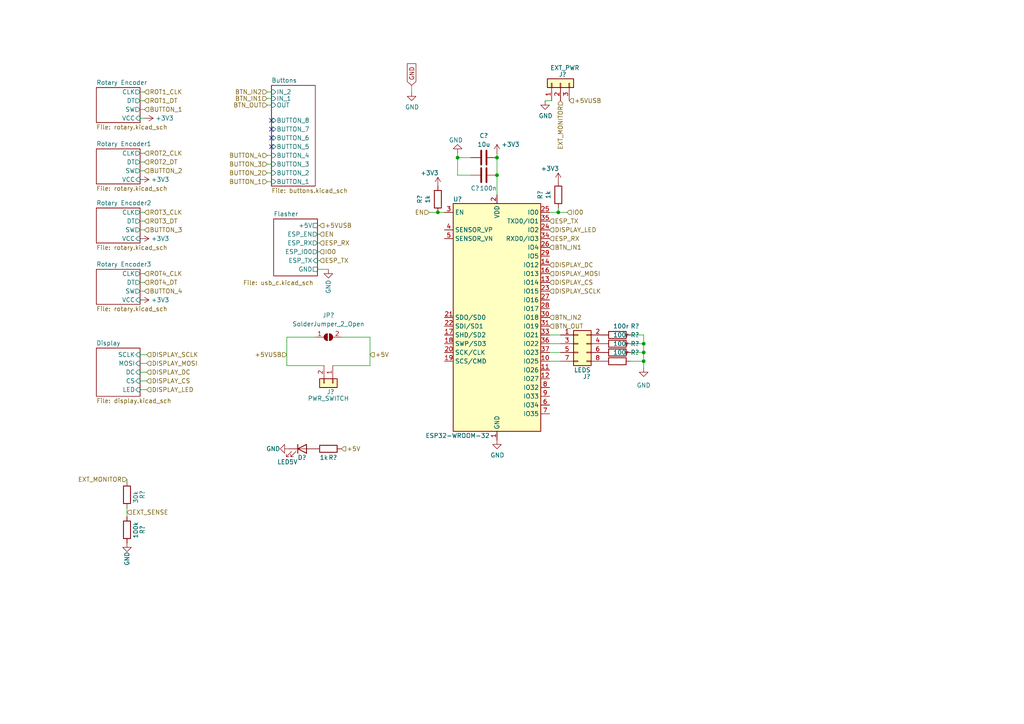
<source format=kicad_sch>
(kicad_sch (version 20211123) (generator eeschema)
  (paper "A4")
  (lib_symbols
    (symbol "Connector_Generic:Conn_01x02" (pin_names (offset 1.016) hide)
      (property "Reference" "J" (at 0 2.54 0))
      (property "Value" "Conn_01x02" (at 0 -5.08 0))
      (symbol "Conn_01x02_1_1"
        (rectangle (start -1.27 -2.413) (end 0 -2.667) (stroke (width 0.1524)))
        (rectangle (start -1.27 0.127) (end 0 -0.127) (stroke (width 0.1524)))
        (rectangle (start -1.27 1.27) (end 1.27 -3.81) (stroke (width 0.254)) (fill (type background)))
        (pin passive line (at -5.08 0 0) (length 3.81) (name "Pin_1") (number "1"))
        (pin passive line (at -5.08 -2.54 0) (length 3.81) (name "Pin_2") (number "2"))
      )
    )
    (symbol "Connector_Generic:Conn_01x03" (pin_names (offset 1.016) hide)
      (property "Reference" "J" (at 0 5.08 0))
      (property "Value" "Conn_01x03" (at 0 -5.08 0))
      (symbol "Conn_01x03_1_1"
        (rectangle (start -1.27 -2.413) (end 0 -2.667) (stroke (width 0.1524)))
        (rectangle (start -1.27 0.127) (end 0 -0.127) (stroke (width 0.1524)))
        (rectangle (start -1.27 2.667) (end 0 2.413) (stroke (width 0.1524)))
        (rectangle (start -1.27 3.81) (end 1.27 -3.81) (stroke (width 0.254)) (fill (type background)))
        (pin passive line (at -5.08 2.54 0) (length 3.81) (name "Pin_1") (number "1"))
        (pin passive line (at -5.08 0 0) (length 3.81) (name "Pin_2") (number "2"))
        (pin passive line (at -5.08 -2.54 0) (length 3.81) (name "Pin_3") (number "3"))
      )
    )
    (symbol "Connector_Generic:Conn_02x04_Odd_Even" (pin_names (offset 1.016) hide)
      (property "Reference" "J" (at 1.27 5.08 0))
      (property "Value" "Conn_02x04_Odd_Even" (at 1.27 -7.62 0))
      (symbol "Conn_02x04_Odd_Even_1_1"
        (rectangle (start -1.27 -4.953) (end 0 -5.207) (stroke (width 0.1524)))
        (rectangle (start -1.27 -2.413) (end 0 -2.667) (stroke (width 0.1524)))
        (rectangle (start -1.27 0.127) (end 0 -0.127) (stroke (width 0.1524)))
        (rectangle (start -1.27 2.667) (end 0 2.413) (stroke (width 0.1524)))
        (rectangle (start -1.27 3.81) (end 3.81 -6.35) (stroke (width 0.254)) (fill (type background)))
        (rectangle (start 3.81 -4.953) (end 2.54 -5.207) (stroke (width 0.1524)))
        (rectangle (start 3.81 -2.413) (end 2.54 -2.667) (stroke (width 0.1524)))
        (rectangle (start 3.81 0.127) (end 2.54 -0.127) (stroke (width 0.1524)))
        (rectangle (start 3.81 2.667) (end 2.54 2.413) (stroke (width 0.1524)))
        (pin passive line (at -5.08 2.54 0) (length 3.81) (name "Pin_1") (number "1"))
        (pin passive line (at 7.62 2.54 180) (length 3.81) (name "Pin_2") (number "2"))
        (pin passive line (at -5.08 0 0) (length 3.81) (name "Pin_3") (number "3"))
        (pin passive line (at 7.62 0 180) (length 3.81) (name "Pin_4") (number "4"))
        (pin passive line (at -5.08 -2.54 0) (length 3.81) (name "Pin_5") (number "5"))
        (pin passive line (at 7.62 -2.54 180) (length 3.81) (name "Pin_6") (number "6"))
        (pin passive line (at -5.08 -5.08 0) (length 3.81) (name "Pin_7") (number "7"))
        (pin passive line (at 7.62 -5.08 180) (length 3.81) (name "Pin_8") (number "8"))
      )
    )
    (symbol "Device:C" (pin_numbers hide) (pin_names (offset 0.254))
      (property "Reference" "C" (at 0.635 2.54 0))
      (property "Value" "C" (at 0.635 -2.54 0))
      (symbol "C_0_1"
        (polyline (pts (xy -2.032 -0.762) (xy 2.032 -0.762)) (stroke (width 0.508)))
        (polyline (pts (xy -2.032 0.762) (xy 2.032 0.762)) (stroke (width 0.508)))
      )
      (symbol "C_1_1"
        (pin passive line (at 0 3.81 270) (length 2.794) (name "~") (number "1"))
        (pin passive line (at 0 -3.81 90) (length 2.794) (name "~") (number "2"))
      )
    )
    (symbol "Device:LED" (pin_numbers hide) (pin_names (offset 1.016) hide)
      (property "Reference" "D" (at 0 2.54 0))
      (property "Value" "LED" (at 0 -2.54 0))
      (symbol "LED_0_1"
        (polyline (pts (xy -1.27 -1.27) (xy -1.27 1.27)) (stroke (width 0.254)))
        (polyline (pts (xy -1.27 0) (xy 1.27 0)))
        (polyline (pts (xy 1.27 -1.27) (xy 1.27 1.27) (xy -1.27 0) (xy 1.27 -1.27)) (stroke (width 0.254)))
        (polyline (pts (xy -3.048 -0.762) (xy -4.572 -2.286) (xy -3.81 -2.286) (xy -4.572 -2.286) (xy -4.572 -1.524)))
        (polyline (pts (xy -1.778 -0.762) (xy -3.302 -2.286) (xy -2.54 -2.286) (xy -3.302 -2.286) (xy -3.302 -1.524)))
      )
      (symbol "LED_1_1"
        (pin passive line (at -3.81 0 0) (length 2.54) (name "K") (number "1"))
        (pin passive line (at 3.81 0 180) (length 2.54) (name "A") (number "2"))
      )
    )
    (symbol "Device:R" (pin_numbers hide) (pin_names (offset 0))
      (property "Reference" "R" (at 2.032 0 90))
      (property "Value" "R" (at 0 0 90))
      (symbol "R_0_1"
        (rectangle (start -1.016 -2.54) (end 1.016 2.54) (stroke (width 0.254)))
      )
      (symbol "R_1_1"
        (pin passive line (at 0 3.81 270) (length 1.27) (name "~") (number "1"))
        (pin passive line (at 0 -3.81 90) (length 1.27) (name "~") (number "2"))
      )
    )
    (symbol "GND_1" (power) (pin_names (offset 0))
      (property "Value" "GND_1" (at 0 -3.81 0))
      (symbol "GND_1_0_1"
        (polyline (pts (xy 0 0) (xy 0 -1.27) (xy 1.27 -1.27) (xy 0 -2.54) (xy -1.27 -1.27) (xy 0 -1.27)))
      )
      (symbol "GND_1_1_1"
        (pin power_in line (at 0 0 270) (length 0) hide (name "GND") (number "1"))
      )
    )
    (symbol "Jumper:SolderJumper_2_Open" (pin_names (offset 0) hide)
      (property "Reference" "JP" (at 0 2.032 0))
      (property "Value" "SolderJumper_2_Open" (at 0 -2.54 0))
      (symbol "SolderJumper_2_Open_0_1"
        (arc (start -0.254 1.016) (mid -1.27 0) (end -0.254 -1.016))
        (arc (start -0.254 1.016) (mid -1.27 0) (end -0.254 -1.016) (fill (type outline)))
        (polyline (pts (xy -0.254 1.016) (xy -0.254 -1.016)))
        (polyline (pts (xy 0.254 1.016) (xy 0.254 -1.016)))
        (arc (start 0.254 -1.016) (mid 1.27 0) (end 0.254 1.016))
        (arc (start 0.254 -1.016) (mid 1.27 0) (end 0.254 1.016) (fill (type outline)))
      )
      (symbol "SolderJumper_2_Open_1_1"
        (pin passive line (at -3.81 0 0) (length 2.54) (name "A") (number "1"))
        (pin passive line (at 3.81 0 180) (length 2.54) (name "B") (number "2"))
      )
    )
    (symbol "RF_Module:ESP32-WROOM-32"
      (property "Reference" "U" (at -12.7 34.29 0))
      (property "Value" "ESP32-WROOM-32" (at 1.27 34.29 0))
      (symbol "ESP32-WROOM-32_0_1"
        (rectangle (start -12.7 33.02) (end 12.7 -33.02) (stroke (width 0.254)) (fill (type background)))
      )
      (symbol "ESP32-WROOM-32_1_1"
        (pin power_in line (at 0 -35.56 90) (length 2.54) (name "GND") (number "1"))
        (pin bidirectional line (at 15.24 -12.7 180) (length 2.54) (name "IO25") (number "10"))
        (pin bidirectional line (at 15.24 -15.24 180) (length 2.54) (name "IO26") (number "11"))
        (pin bidirectional line (at 15.24 -17.78 180) (length 2.54) (name "IO27") (number "12"))
        (pin bidirectional line (at 15.24 10.16 180) (length 2.54) (name "IO14") (number "13"))
        (pin bidirectional line (at 15.24 15.24 180) (length 2.54) (name "IO12") (number "14"))
        (pin passive line (at 0 -35.56 90) (length 2.54) hide (name "GND") (number "15"))
        (pin bidirectional line (at 15.24 12.7 180) (length 2.54) (name "IO13") (number "16"))
        (pin bidirectional line (at -15.24 -5.08 0) (length 2.54) (name "SHD/SD2") (number "17"))
        (pin bidirectional line (at -15.24 -7.62 0) (length 2.54) (name "SWP/SD3") (number "18"))
        (pin bidirectional line (at -15.24 -12.7 0) (length 2.54) (name "SCS/CMD") (number "19"))
        (pin power_in line (at 0 35.56 270) (length 2.54) (name "VDD") (number "2"))
        (pin bidirectional line (at -15.24 -10.16 0) (length 2.54) (name "SCK/CLK") (number "20"))
        (pin bidirectional line (at -15.24 0 0) (length 2.54) (name "SDO/SD0") (number "21"))
        (pin bidirectional line (at -15.24 -2.54 0) (length 2.54) (name "SDI/SD1") (number "22"))
        (pin bidirectional line (at 15.24 7.62 180) (length 2.54) (name "IO15") (number "23"))
        (pin bidirectional line (at 15.24 25.4 180) (length 2.54) (name "IO2") (number "24"))
        (pin bidirectional line (at 15.24 30.48 180) (length 2.54) (name "IO0") (number "25"))
        (pin bidirectional line (at 15.24 20.32 180) (length 2.54) (name "IO4") (number "26"))
        (pin bidirectional line (at 15.24 5.08 180) (length 2.54) (name "IO16") (number "27"))
        (pin bidirectional line (at 15.24 2.54 180) (length 2.54) (name "IO17") (number "28"))
        (pin bidirectional line (at 15.24 17.78 180) (length 2.54) (name "IO5") (number "29"))
        (pin input line (at -15.24 30.48 0) (length 2.54) (name "EN") (number "3"))
        (pin bidirectional line (at 15.24 0 180) (length 2.54) (name "IO18") (number "30"))
        (pin bidirectional line (at 15.24 -2.54 180) (length 2.54) (name "IO19") (number "31"))
        (pin no_connect line (at -12.7 -27.94 0) (length 2.54) hide (name "NC") (number "32"))
        (pin bidirectional line (at 15.24 -5.08 180) (length 2.54) (name "IO21") (number "33"))
        (pin bidirectional line (at 15.24 22.86 180) (length 2.54) (name "RXD0/IO3") (number "34"))
        (pin bidirectional line (at 15.24 27.94 180) (length 2.54) (name "TXD0/IO1") (number "35"))
        (pin bidirectional line (at 15.24 -7.62 180) (length 2.54) (name "IO22") (number "36"))
        (pin bidirectional line (at 15.24 -10.16 180) (length 2.54) (name "IO23") (number "37"))
        (pin passive line (at 0 -35.56 90) (length 2.54) hide (name "GND") (number "38"))
        (pin passive line (at 0 -35.56 90) (length 2.54) hide (name "GND") (number "39"))
        (pin input line (at -15.24 25.4 0) (length 2.54) (name "SENSOR_VP") (number "4"))
        (pin input line (at -15.24 22.86 0) (length 2.54) (name "SENSOR_VN") (number "5"))
        (pin input line (at 15.24 -25.4 180) (length 2.54) (name "IO34") (number "6"))
        (pin input line (at 15.24 -27.94 180) (length 2.54) (name "IO35") (number "7"))
        (pin bidirectional line (at 15.24 -20.32 180) (length 2.54) (name "IO32") (number "8"))
        (pin bidirectional line (at 15.24 -22.86 180) (length 2.54) (name "IO33") (number "9"))
      )
    )
    (symbol "power:+3.3V" (power) (pin_names (offset 0))
      (property "Value" "+3.3V" (at 0 3.556 0))
      (symbol "+3.3V_0_1"
        (polyline (pts (xy -0.762 1.27) (xy 0 2.54)))
        (polyline (pts (xy 0 0) (xy 0 2.54)))
        (polyline (pts (xy 0 2.54) (xy 0.762 1.27)))
      )
      (symbol "+3.3V_1_1"
        (pin power_in line (at 0 0 90) (length 0) hide (name "+3V3") (number "1"))
      )
    )
    (symbol "power:GND" (power) (pin_names (offset 0))
      (property "Value" "GND" (at 0 -3.81 0))
      (symbol "GND_0_1"
        (polyline (pts (xy 0 0) (xy 0 -1.27) (xy 1.27 -1.27) (xy 0 -2.54) (xy -1.27 -1.27) (xy 0 -1.27)))
      )
      (symbol "GND_1_1"
        (pin power_in line (at 0 0 270) (length 0) hide (name "GND") (number "1"))
      )
    )
  )
  (junction (at 161.925 61.595))
  (junction (at 186.69 99.695))
  (junction (at 186.69 102.235))
  (junction (at 127 61.595))
  (junction (at 144.145 50.8))
  (junction (at 144.145 45.72))
  (junction (at 132.715 45.72))
  (junction (at 186.69 104.775))
  (no_connect (at 78.74 37.465))
  (no_connect (at 78.74 34.925))
  (no_connect (at 78.74 42.545))
  (no_connect (at 78.74 40.005))
  (wire (pts (xy 40.64 49.53) (xy 41.91 49.53)))
  (wire (pts (xy 77.47 50.165) (xy 78.74 50.165)))
  (wire (pts (xy 40.64 29.21) (xy 41.91 29.21)))
  (wire (pts (xy 40.64 61.595) (xy 41.91 61.595)))
  (wire (pts (xy 162.56 99.695) (xy 159.385 99.695)))
  (wire (pts (xy 186.69 97.155) (xy 182.88 97.155)))
  (wire (pts (xy 92.075 70.485) (xy 92.71 70.485)))
  (wire (pts (xy 132.715 44.45) (xy 132.715 45.72)))
  (wire (pts (xy 99.06 97.79) (xy 107.315 97.79)))
  (wire (pts (xy 161.925 61.595) (xy 159.385 61.595)))
  (wire (pts (xy 92.075 73.025) (xy 92.71 73.025)))
  (wire (pts (xy 40.64 79.375) (xy 41.91 79.375)))
  (wire (pts (xy 132.715 45.72) (xy 136.525 45.72)))
  (wire (pts (xy 40.64 113.03) (xy 42.545 113.03)))
  (wire (pts (xy 77.47 52.705) (xy 78.74 52.705)))
  (wire (pts (xy 144.145 44.45) (xy 144.145 45.72)))
  (wire (pts (xy 92.075 75.565) (xy 92.71 75.565)))
  (wire (pts (xy 40.64 84.455) (xy 41.91 84.455)))
  (wire (pts (xy 162.56 104.775) (xy 159.385 104.775)))
  (wire (pts (xy 182.88 102.235) (xy 186.69 102.235)))
  (wire (pts (xy 41.91 34.29) (xy 40.64 34.29)))
  (wire (pts (xy 40.64 44.45) (xy 41.91 44.45)))
  (wire (pts (xy 186.69 104.775) (xy 186.69 102.235)))
  (wire (pts (xy 77.47 28.575) (xy 78.74 28.575)))
  (wire (pts (xy 36.83 147.32) (xy 36.83 149.86)))
  (wire (pts (xy 119.38 24.765) (xy 119.38 26.67)))
  (wire (pts (xy 182.88 104.775) (xy 186.69 104.775)))
  (wire (pts (xy 40.64 31.75) (xy 41.91 31.75)))
  (wire (pts (xy 186.69 102.235) (xy 186.69 99.695)))
  (wire (pts (xy 136.525 50.8) (xy 132.715 50.8)))
  (wire (pts (xy 107.315 97.79) (xy 107.315 106.045)))
  (wire (pts (xy 40.64 81.915) (xy 41.91 81.915)))
  (wire (pts (xy 92.075 67.945) (xy 92.71 67.945)))
  (wire (pts (xy 77.47 45.085) (xy 78.74 45.085)))
  (wire (pts (xy 132.715 50.8) (xy 132.715 45.72)))
  (wire (pts (xy 83.185 97.79) (xy 83.185 106.045)))
  (wire (pts (xy 186.69 99.695) (xy 186.69 97.155)))
  (wire (pts (xy 92.075 65.405) (xy 92.71 65.405)))
  (wire (pts (xy 162.56 102.235) (xy 159.385 102.235)))
  (wire (pts (xy 162.56 97.155) (xy 159.385 97.155)))
  (wire (pts (xy 36.83 139.7) (xy 36.83 139.065)))
  (wire (pts (xy 40.64 64.135) (xy 41.91 64.135)))
  (wire (pts (xy 158.115 29.21) (xy 160.02 29.21)))
  (wire (pts (xy 164.465 61.595) (xy 161.925 61.595)))
  (wire (pts (xy 91.44 97.79) (xy 83.185 97.79)))
  (wire (pts (xy 40.64 26.67) (xy 41.91 26.67)))
  (wire (pts (xy 40.64 102.87) (xy 42.545 102.87)))
  (wire (pts (xy 93.98 106.045) (xy 83.185 106.045)))
  (wire (pts (xy 77.47 47.625) (xy 78.74 47.625)))
  (wire (pts (xy 127 61.595) (xy 128.905 61.595)))
  (wire (pts (xy 186.69 106.68) (xy 186.69 104.775)))
  (wire (pts (xy 96.52 106.045) (xy 107.315 106.045)))
  (wire (pts (xy 40.64 107.95) (xy 42.545 107.95)))
  (wire (pts (xy 144.145 45.72) (xy 144.145 50.8)))
  (wire (pts (xy 182.88 99.695) (xy 186.69 99.695)))
  (wire (pts (xy 40.64 46.99) (xy 41.91 46.99)))
  (wire (pts (xy 40.64 66.675) (xy 41.91 66.675)))
  (wire (pts (xy 40.64 105.41) (xy 42.545 105.41)))
  (wire (pts (xy 40.64 110.49) (xy 42.545 110.49)))
  (wire (pts (xy 124.46 61.595) (xy 127 61.595)))
  (wire (pts (xy 77.47 30.48) (xy 78.74 30.48)))
  (wire (pts (xy 92.075 78.105) (xy 95.25 78.105)))
  (wire (pts (xy 77.47 26.67) (xy 78.74 26.67)))
  (wire (pts (xy 144.145 50.8) (xy 144.145 56.515)))
  (wire (pts (xy 161.925 60.325) (xy 161.925 61.595)))
  (global_label "GND" (shape input) (at 119.38 24.765 90) (property "Referenzen zwischen Schaltplänen" "${INTERSHEET_REFS}" (effects hide)))
  (hierarchical_label "BTN_IN1" (shape input) (at 159.385 71.755 0))
  (hierarchical_label "ROT4_CLK" (shape input) (at 41.91 79.375 0))
  (hierarchical_label "BTN_IN2" (shape input) (at 159.385 92.075 0))
  (hierarchical_label "EXT_SENSE" (shape input) (at 36.83 148.59 0))
  (hierarchical_label "EN" (shape input) (at 92.71 67.945 0))
  (hierarchical_label "BUTTON_1" (shape input) (at 41.91 31.75 0))
  (hierarchical_label "DISPLAY_LED" (shape input) (at 42.545 113.03 0))
  (hierarchical_label "+5V" (shape input) (at 107.315 102.87 0))
  (hierarchical_label "BTN_IN1" (shape input) (at 77.47 28.575 180))
  (hierarchical_label "BUTTON_3" (shape input) (at 41.91 66.675 0))
  (hierarchical_label "IO0" (shape input) (at 164.465 61.595 0))
  (hierarchical_label "ROT1_DT" (shape input) (at 41.91 29.21 0))
  (hierarchical_label "DISPLAY_DC" (shape input) (at 42.545 107.95 0))
  (hierarchical_label "DISPLAY_CS" (shape input) (at 42.545 110.49 0))
  (hierarchical_label "ROT1_CLK" (shape input) (at 41.91 26.67 0))
  (hierarchical_label "EN" (shape input) (at 124.46 61.595 180))
  (hierarchical_label "ESP_RX" (shape input) (at 92.71 70.485 0))
  (hierarchical_label "BTN_OUT" (shape input) (at 77.47 30.48 180))
  (hierarchical_label "DISPLAY_CS" (shape input) (at 159.385 81.915 0))
  (hierarchical_label "EXT_MONITOR" (shape input) (at 36.83 139.065 180))
  (hierarchical_label "BUTTON_3" (shape input) (at 77.47 47.625 180))
  (hierarchical_label "ROT2_CLK" (shape input) (at 41.91 44.45 0))
  (hierarchical_label "DISPLAY_MOSI" (shape input) (at 159.385 79.375 0))
  (hierarchical_label "BUTTON_2" (shape input) (at 41.91 49.53 0))
  (hierarchical_label "+5V" (shape input) (at 99.06 130.175 0))
  (hierarchical_label "BUTTON_1" (shape input) (at 77.47 52.705 180))
  (hierarchical_label "IO0" (shape input) (at 92.71 73.025 0))
  (hierarchical_label "DISPLAY_DC" (shape input) (at 159.385 76.835 0))
  (hierarchical_label "DISPLAY_SCLK" (shape input) (at 42.545 102.87 0))
  (hierarchical_label "BTN_IN2" (shape input) (at 77.47 26.67 180))
  (hierarchical_label "ROT3_DT" (shape input) (at 41.91 64.135 0))
  (hierarchical_label "ROT4_DT" (shape input) (at 41.91 81.915 0))
  (hierarchical_label "+5VUSB" (shape input) (at 165.1 29.21 0))
  (hierarchical_label "+5VUSB" (shape input) (at 83.185 102.87 180))
  (hierarchical_label "BTN_OUT" (shape input) (at 159.385 94.615 0))
  (hierarchical_label "+5VUSB" (shape input) (at 92.71 65.405 0))
  (hierarchical_label "ESP_TX" (shape input) (at 159.385 64.135 0))
  (hierarchical_label "DISPLAY_LED" (shape input) (at 159.385 66.675 0))
  (hierarchical_label "DISPLAY_SCLK" (shape input) (at 159.385 84.455 0))
  (hierarchical_label "EXT_MONITOR" (shape input) (at 162.56 29.21 270))
  (hierarchical_label "BUTTON_4" (shape input) (at 77.47 45.085 180))
  (hierarchical_label "ESP_TX" (shape input) (at 92.71 75.565 0))
  (hierarchical_label "ROT3_CLK" (shape input) (at 41.91 61.595 0))
  (hierarchical_label "ROT2_DT" (shape input) (at 41.91 46.99 0))
  (hierarchical_label "BUTTON_4" (shape input) (at 41.91 84.455 0))
  (hierarchical_label "ESP_RX" (shape input) (at 159.385 69.215 0))
  (hierarchical_label "DISPLAY_MOSI" (shape input) (at 42.545 105.41 0))
  (hierarchical_label "BUTTON_2" (shape input) (at 77.47 50.165 180))
  (symbol (lib_id "power:+3.3V") (at 144.145 44.45 0) (unit 1)
    (property "Reference" "#PWR?" (effects hide))
    (property "Value" "+3.3V" (at 145.415 41.91 0) (effects (justify left)))
  )
  (symbol (lib_id "Device:C") (at 140.335 45.72 90) (unit 1)
    (property "Reference" "C?" (at 140.335 39.37 90))
    (property "Value" "10u" (at 140.335 41.91 90))
    (property "Footprint" "Capacitor_SMD:C_0603_1608Metric" (effects hide))
    (property "LCSC Part #" "C19702" (effects hide))
  )
  (symbol (lib_id "power:GND") (at 144.145 127.635 0) (unit 1)
    (property "Reference" "#PWR?" (effects hide))
    (property "Value" "GND" (at 144.272 132.0292 0))
  )
  (symbol (lib_id "Device:LED") (at 87.63 130.175 0) (unit 1)
    (property "Reference" "D?" (at 88.9 132.715 0) (effects (justify right)))
    (property "Value" "LED5V" (at 86.36 133.985 0) (effects (justify right)))
    (property "Footprint" "LED_SMD:LED_0603_1608Metric" (effects hide))
    (property "LCSC" "C72043" (effects hide))
  )
  (symbol (lib_id "power:+3.3V") (at 41.91 34.29 270) (unit 1)
    (property "Reference" "#PWR?" (effects hide))
    (property "Value" "+3.3V" (at 45.085 34.29 90) (effects (justify left)))
  )
  (symbol (lib_id "power:+3.3V") (at 40.64 69.215 270) (unit 1)
    (property "Reference" "#PWR?" (effects hide))
    (property "Value" "+3.3V" (at 43.815 69.215 90) (effects (justify left)))
  )
  (symbol (lib_id "RF_Module:ESP32-WROOM-32") (at 144.145 92.075 0) (unit 1)
    (property "Reference" "U?" (at 132.715 57.785 0))
    (property "Value" "ESP32-WROOM-32" (at 132.715 126.365 0))
    (property "Footprint" "RF_Module:ESP32-WROOM-32" (effects hide))
    (property "Datasheet" "https://www.espressif.com/sites/default/files/documentation/esp32-wroom-32_datasheet_en.pdf" (effects hide))
    (property "LCSC Part #" "C701343" (effects hide))
  )
  (symbol (lib_id "Jumper:SolderJumper_2_Open") (at 95.25 97.79 0) (unit 1)
    (property "Reference" "JP?" (at 95.25 91.44 0))
    (property "Value" "SolderJumper_2_Open" (at 95.25 93.98 0))
    (property "Footprint" "Jumper:SolderJumper-2_P1.3mm_Open_RoundedPad1.0x1.5mm" (effects hide))
  )
  (symbol (lib_id "power:GND") (at 132.715 44.45 180) (unit 1)
    (property "Reference" "#PWR?" (effects hide))
    (property "Value" "GND" (at 130.175 40.64 0) (effects (justify right)))
  )
  (symbol (lib_id "power:+3.3V") (at 40.64 52.07 270) (unit 1)
    (property "Reference" "#PWR?" (effects hide))
    (property "Value" "+3.3V" (at 43.815 52.07 90) (effects (justify left)))
  )
  (symbol (lib_id "power:GND") (at 158.115 29.21 0) (unit 1)
    (property "Reference" "#PWR?" (effects hide))
    (property "Value" "GND" (at 158.242 33.6042 0))
  )
  (symbol (lib_id "power:GND") (at 119.38 26.67 0) (unit 1)
    (property "Reference" "#PWR?" (effects hide))
    (property "Value" "GND" (at 119.507 31.0642 0))
  )
  (symbol (lib_id "Device:R") (at 36.83 143.51 0) (unit 1)
    (property "Reference" "R?" (at 41.275 144.78 90) (effects (justify left)))
    (property "Value" "30k" (at 39.37 146.05 90) (effects (justify left)))
    (property "Footprint" "Resistor_SMD:R_0603_1608Metric" (effects hide))
    (property "LCSC" "C22984" (effects hide))
  )
  (symbol (lib_id "power:+3.3V") (at 40.64 86.995 270) (unit 1)
    (property "Reference" "#PWR?" (effects hide))
    (property "Value" "+3.3V" (at 43.815 86.995 90) (effects (justify left)))
  )
  (symbol (lib_id "Device:R") (at 179.07 104.775 270) (unit 1)
    (property "Reference" "R?" (at 182.88 102.235 90) (effects (justify left)))
    (property "Value" "100r" (at 177.8 102.235 90) (effects (justify left)))
    (property "Footprint" "Resistor_SMD:R_0603_1608Metric" (effects hide))
    (property "LCSC Part #" "C22775" (effects hide))
  )
  (symbol (lib_id "power:GND") (at 95.25 78.105 0) (unit 1)
    (property "Reference" "#PWR?" (effects hide))
    (property "Value" "GND" (at 95.25 83.185 90))
  )
  (symbol (lib_id "Device:R") (at 36.83 153.67 0) (unit 1)
    (property "Reference" "R?" (at 41.275 154.94 90) (effects (justify left)))
    (property "Value" "100k" (at 39.37 156.21 90) (effects (justify left)))
    (property "Footprint" "Resistor_SMD:R_0402_1005Metric" (effects hide))
    (property "LCSC" "C25086" (effects hide))
  )
  (symbol (lib_name "GND_1") (lib_id "power:GND") (at 186.69 106.68 0) (unit 1)
    (property "Reference" "#PWR?" (effects hide))
    (property "Value" "GND" (at 186.69 111.76 0))
  )
  (symbol (lib_id "Connector_Generic:Conn_01x03") (at 162.56 24.13 90) (unit 1)
    (property "Reference" "J?" (at 163.195 21.59 90))
    (property "Value" "EXT_PWR" (at 163.83 19.685 90))
    (property "Footprint" "Connector_PinSocket_2.54mm:PinSocket_1x03_P2.54mm_Vertical" (effects hide))
    (property "LCSC Part #" "DNP" (effects hide))
  )
  (symbol (lib_id "power:+3.3V") (at 127 53.975 0) (unit 1)
    (property "Reference" "#PWR?" (effects hide))
    (property "Value" "+3.3V" (at 121.92 50.165 0) (effects (justify left)))
  )
  (symbol (lib_id "Connector_Generic:Conn_01x02") (at 96.52 111.125 270) (unit 1)
    (property "Reference" "J?" (at 95.885 113.665 90))
    (property "Value" "PWR_SWITCH" (at 95.25 115.57 90))
    (property "Footprint" "Connector_PinSocket_2.54mm:PinSocket_1x02_P2.54mm_Vertical" (effects hide))
    (property "LCSC Part #" "DNP" (effects hide))
  )
  (symbol (lib_id "Device:R") (at 95.25 130.175 270) (unit 1)
    (property "Reference" "R?" (at 95.25 132.715 90) (effects (justify left)))
    (property "Value" "1k" (at 92.71 132.715 90) (effects (justify left)))
    (property "Footprint" "Resistor_SMD:R_0402_1005Metric" (effects hide))
    (property "LCSC" "C11702" (effects hide))
  )
  (symbol (lib_id "power:GND") (at 83.82 130.175 270) (unit 1)
    (property "Reference" "#PWR?" (effects hide))
    (property "Value" "GND" (at 81.28 130.175 90) (effects (justify right)))
  )
  (symbol (lib_id "power:GND") (at 36.83 157.48 0) (unit 1)
    (property "Reference" "#PWR?" (effects hide))
    (property "Value" "GND" (at 36.83 160.02 90) (effects (justify right)))
  )
  (symbol (lib_id "Device:R") (at 161.925 56.515 0) (unit 1)
    (property "Reference" "R?" (at 156.6672 56.515 90))
    (property "Value" "1k" (at 158.9786 56.515 90))
    (property "Footprint" "Resistor_SMD:R_0402_1005Metric" (effects hide))
    (property "LCSC" "C11702" (effects hide))
  )
  (symbol (lib_id "power:+3.3V") (at 161.925 52.705 0) (unit 1)
    (property "Reference" "#PWR?" (effects hide))
    (property "Value" "+3.3V" (at 156.845 48.895 0) (effects (justify left)))
  )
  (symbol (lib_id "Connector_Generic:Conn_02x04_Odd_Even") (at 167.64 99.695 0) (unit 1)
    (property "Reference" "J?" (at 170.18 109.22 0))
    (property "Value" "LEDS" (at 168.91 107.315 0))
    (property "Footprint" "Connector_PinSocket_2.54mm:PinSocket_2x04_P2.54mm_Vertical" (effects hide))
    (property "LCSC Part #" "DNP" (effects hide))
  )
  (symbol (lib_id "Device:R") (at 127 57.785 0) (unit 1)
    (property "Reference" "R?" (at 121.7422 57.785 90))
    (property "Value" "1k" (at 124.0536 57.785 90))
    (property "Footprint" "Resistor_SMD:R_0402_1005Metric" (effects hide))
    (property "LCSC" "C11702" (effects hide))
  )
  (symbol (lib_id "Device:R") (at 179.07 97.155 270) (unit 1)
    (property "Reference" "R?" (at 182.88 94.615 90) (effects (justify left)))
    (property "Value" "100r" (at 177.8 94.615 90) (effects (justify left)))
    (property "Footprint" "Resistor_SMD:R_0603_1608Metric" (effects hide))
    (property "LCSC Part #" "C22775" (effects hide))
  )
  (symbol (lib_id "Device:C") (at 140.335 50.8 90) (unit 1)
    (property "Reference" "C?" (at 137.795 54.61 90))
    (property "Value" "100n" (at 141.605 54.61 90))
    (property "Footprint" "Capacitor_SMD:C_0603_1608Metric" (effects hide))
    (property "LCSC Part #" "C14663" (effects hide))
  )
  (symbol (lib_id "Device:R") (at 179.07 102.235 270) (unit 1)
    (property "Reference" "R?" (at 182.88 99.695 90) (effects (justify left)))
    (property "Value" "100r" (at 177.8 99.695 90) (effects (justify left)))
    (property "Footprint" "Resistor_SMD:R_0603_1608Metric" (effects hide))
    (property "LCSC Part #" "C22775" (effects hide))
  )
  (symbol (lib_id "Device:R") (at 179.07 99.695 270) (unit 1)
    (property "Reference" "R?" (at 182.88 97.155 90) (effects (justify left)))
    (property "Value" "100r" (at 177.8 97.155 90) (effects (justify left)))
    (property "Footprint" "Resistor_SMD:R_0603_1608Metric" (effects hide))
    (property "LCSC Part #" "C22775" (effects hide))
  )
  (sheet (at 27.94 43.18) (size 12.7 10.16) (stroke (width 0.1524))
    (property "Sheet name" "Rotary Encoder1" (at 27.94 42.4684 0) (effects (justify left bottom)))
    (property "Sheet file" "rotary.kicad_sch" (at 27.94 53.9246 0) (effects (justify left top)))
    (pin "SW" output (at 40.64 49.53 0))
    (pin "VCC" input (at 40.64 52.07 0))
    (pin "DT" output (at 40.64 46.99 0))
    (pin "CLK" output (at 40.64 44.45 0))
  )
  (sheet (at 79.375 63.5) (size 12.7 16.51) (stroke (width 0.1524))
    (property "Sheet name" "Flasher" (at 79.375 62.7884 0) (effects (justify left bottom)))
    (property "Sheet file" "usb_c.kicad_sch" (at 70.485 81.28 0) (effects (justify left top)))
    (pin "+5V" passive (at 92.075 65.405 0))
    (pin "ESP_EN" output (at 92.075 67.945 0))
    (pin "ESP_RX" output (at 92.075 70.485 0))
    (pin "ESP_IO0" output (at 92.075 73.025 0))
    (pin "ESP_TX" input (at 92.075 75.565 0))
    (pin "GND" passive (at 92.075 78.105 0))
  )
  (sheet (at 78.74 24.765) (size 12.7 29.21) (stroke (width 0.1524))
    (property "Sheet name" "Buttons" (at 78.74 24.0534 0) (effects (justify left bottom)))
    (property "Sheet file" "buttons.kicad_sch" (at 78.74 54.5596 0) (effects (justify left top)))
    (pin "BUTTON_6" input (at 78.74 40.005 180))
    (pin "BUTTON_7" input (at 78.74 37.465 180))
    (pin "OUT" input (at 78.74 30.48 180))
    (pin "IN_1" input (at 78.74 28.575 180))
    (pin "IN_2" input (at 78.74 26.67 180))
    (pin "BUTTON_8" input (at 78.74 34.925 180))
    (pin "BUTTON_3" input (at 78.74 47.625 180))
    (pin "BUTTON_1" input (at 78.74 52.705 180))
    (pin "BUTTON_2" input (at 78.74 50.165 180))
    (pin "BUTTON_4" input (at 78.74 45.085 180))
    (pin "BUTTON_5" input (at 78.74 42.545 180))
  )
  (sheet (at 27.94 100.965) (size 12.7 13.97) (stroke (width 0.1524))
    (property "Sheet name" "Display" (at 27.94 100.2534 0) (effects (justify left bottom)))
    (property "Sheet file" "display.kicad_sch" (at 27.94 115.5196 0) (effects (justify left top)))
    (pin "SCLK" input (at 40.64 102.87 0))
    (pin "MOSI" input (at 40.64 105.41 0))
    (pin "LED" input (at 40.64 113.03 0))
    (pin "DC" input (at 40.64 107.95 0))
    (pin "CS" input (at 40.64 110.49 0))
  )
  (sheet (at 27.94 25.4) (size 12.7 10.16) (stroke (width 0.1524))
    (property "Sheet name" "Rotary Encoder" (at 27.94 24.6884 0) (effects (justify left bottom)))
    (property "Sheet file" "rotary.kicad_sch" (at 27.94 36.1446 0) (effects (justify left top)))
    (pin "SW" output (at 40.64 31.75 0))
    (pin "VCC" input (at 40.64 34.29 0))
    (pin "DT" output (at 40.64 29.21 0))
    (pin "CLK" output (at 40.64 26.67 0))
  )
  (sheet (at 27.94 78.105) (size 12.7 10.16) (stroke (width 0.1524))
    (property "Sheet name" "Rotary Encoder3" (at 27.94 77.3934 0) (effects (justify left bottom)))
    (property "Sheet file" "rotary.kicad_sch" (at 27.94 88.8496 0) (effects (justify left top)))
    (pin "SW" output (at 40.64 84.455 0))
    (pin "VCC" input (at 40.64 86.995 0))
    (pin "DT" output (at 40.64 81.915 0))
    (pin "CLK" output (at 40.64 79.375 0))
  )
  (sheet (at 27.94 60.325) (size 12.7 10.16) (stroke (width 0.1524))
    (property "Sheet name" "Rotary Encoder2" (at 27.94 59.6134 0) (effects (justify left bottom)))
    (property "Sheet file" "rotary.kicad_sch" (at 27.94 71.0696 0) (effects (justify left top)))
    (pin "SW" output (at 40.64 66.675 0))
    (pin "VCC" input (at 40.64 69.215 0))
    (pin "DT" output (at 40.64 64.135 0))
    (pin "CLK" output (at 40.64 61.595 0))
  )
)
</source>
